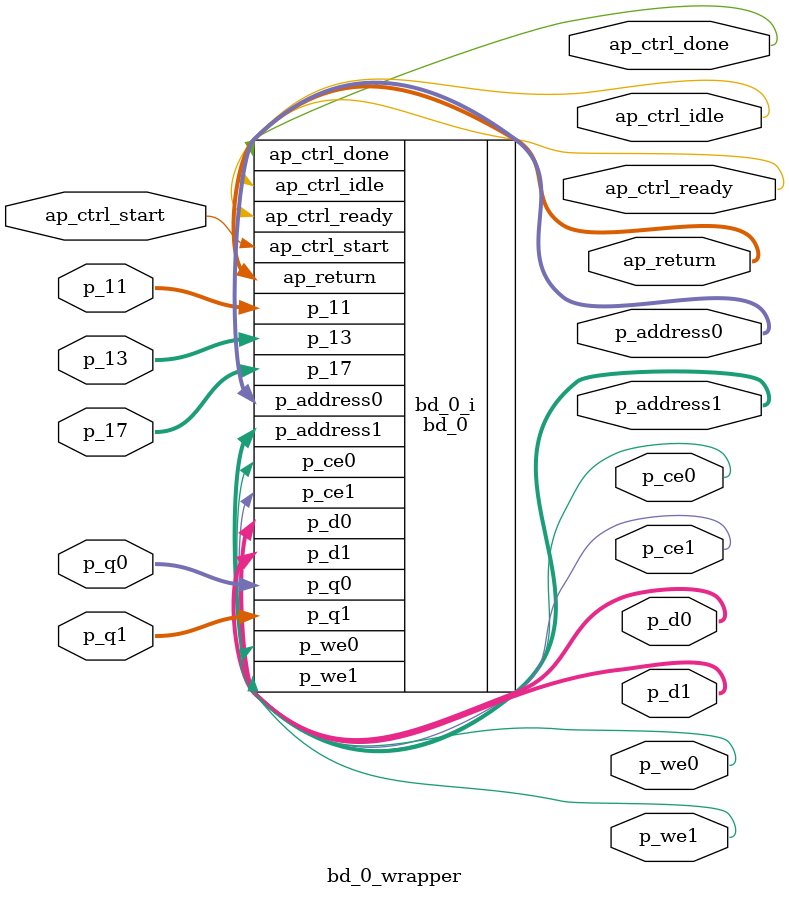
<source format=v>
`timescale 1 ps / 1 ps

module bd_0_wrapper
   (ap_ctrl_done,
    ap_ctrl_idle,
    ap_ctrl_ready,
    ap_ctrl_start,
    ap_return,
    p_11,
    p_13,
    p_17,
    p_address0,
    p_address1,
    p_ce0,
    p_ce1,
    p_d0,
    p_d1,
    p_q0,
    p_q1,
    p_we0,
    p_we1);
  output ap_ctrl_done;
  output ap_ctrl_idle;
  output ap_ctrl_ready;
  input ap_ctrl_start;
  output [63:0]ap_return;
  input [31:0]p_11;
  input [63:0]p_13;
  input [63:0]p_17;
  output [5:0]p_address0;
  output [5:0]p_address1;
  output p_ce0;
  output p_ce1;
  output [63:0]p_d0;
  output [63:0]p_d1;
  input [63:0]p_q0;
  input [63:0]p_q1;
  output p_we0;
  output p_we1;

  wire ap_ctrl_done;
  wire ap_ctrl_idle;
  wire ap_ctrl_ready;
  wire ap_ctrl_start;
  wire [63:0]ap_return;
  wire [31:0]p_11;
  wire [63:0]p_13;
  wire [63:0]p_17;
  wire [5:0]p_address0;
  wire [5:0]p_address1;
  wire p_ce0;
  wire p_ce1;
  wire [63:0]p_d0;
  wire [63:0]p_d1;
  wire [63:0]p_q0;
  wire [63:0]p_q1;
  wire p_we0;
  wire p_we1;

  bd_0 bd_0_i
       (.ap_ctrl_done(ap_ctrl_done),
        .ap_ctrl_idle(ap_ctrl_idle),
        .ap_ctrl_ready(ap_ctrl_ready),
        .ap_ctrl_start(ap_ctrl_start),
        .ap_return(ap_return),
        .p_11(p_11),
        .p_13(p_13),
        .p_17(p_17),
        .p_address0(p_address0),
        .p_address1(p_address1),
        .p_ce0(p_ce0),
        .p_ce1(p_ce1),
        .p_d0(p_d0),
        .p_d1(p_d1),
        .p_q0(p_q0),
        .p_q1(p_q1),
        .p_we0(p_we0),
        .p_we1(p_we1));
endmodule

</source>
